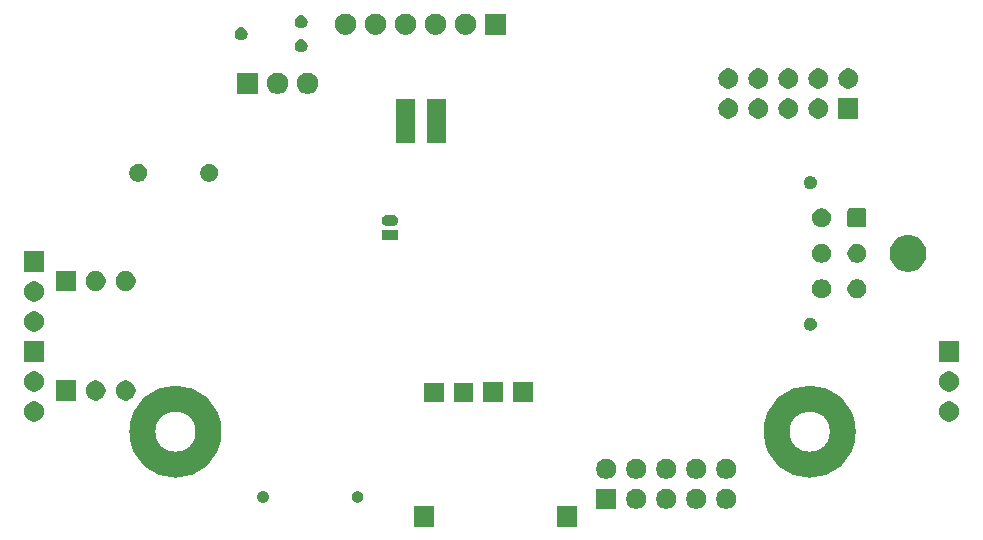
<source format=gbr>
G04 #@! TF.GenerationSoftware,KiCad,Pcbnew,5.1.5+dfsg1-2build2*
G04 #@! TF.CreationDate,2021-11-19T22:55:01+01:00*
G04 #@! TF.ProjectId,wideband_controller_mre,77696465-6261-46e6-945f-636f6e74726f,V1.0*
G04 #@! TF.SameCoordinates,Original*
G04 #@! TF.FileFunction,Soldermask,Bot*
G04 #@! TF.FilePolarity,Negative*
%FSLAX46Y46*%
G04 Gerber Fmt 4.6, Leading zero omitted, Abs format (unit mm)*
G04 Created by KiCad (PCBNEW 5.1.5+dfsg1-2build2) date 2021-11-19 22:55:01*
%MOMM*%
%LPD*%
G04 APERTURE LIST*
%ADD10C,2.200000*%
%ADD11C,0.100000*%
G04 APERTURE END LIST*
D10*
X91300000Y-162700000D02*
G75*
G03X91300000Y-162700000I-2800000J0D01*
G01*
X145000000Y-162700000D02*
G75*
G03X145000000Y-162700000I-2800000J0D01*
G01*
D11*
G36*
X122466200Y-170731200D02*
G01*
X120764200Y-170731200D01*
X120764200Y-169029200D01*
X122466200Y-169029200D01*
X122466200Y-170731200D01*
G37*
G36*
X110401200Y-170731200D02*
G01*
X108699200Y-170731200D01*
X108699200Y-169029200D01*
X110401200Y-169029200D01*
X110401200Y-170731200D01*
G37*
G36*
X125824080Y-169230060D02*
G01*
X124122080Y-169230060D01*
X124122080Y-167528060D01*
X125824080Y-167528060D01*
X125824080Y-169230060D01*
G37*
G36*
X135381308Y-167560763D02*
G01*
X135536180Y-167624913D01*
X135675561Y-167718045D01*
X135794095Y-167836579D01*
X135887227Y-167975960D01*
X135951377Y-168130832D01*
X135984080Y-168295244D01*
X135984080Y-168462876D01*
X135951377Y-168627288D01*
X135887227Y-168782160D01*
X135794095Y-168921541D01*
X135675561Y-169040075D01*
X135536180Y-169133207D01*
X135381308Y-169197357D01*
X135216896Y-169230060D01*
X135049264Y-169230060D01*
X134884852Y-169197357D01*
X134729980Y-169133207D01*
X134590599Y-169040075D01*
X134472065Y-168921541D01*
X134378933Y-168782160D01*
X134314783Y-168627288D01*
X134282080Y-168462876D01*
X134282080Y-168295244D01*
X134314783Y-168130832D01*
X134378933Y-167975960D01*
X134472065Y-167836579D01*
X134590599Y-167718045D01*
X134729980Y-167624913D01*
X134884852Y-167560763D01*
X135049264Y-167528060D01*
X135216896Y-167528060D01*
X135381308Y-167560763D01*
G37*
G36*
X130301308Y-167560763D02*
G01*
X130456180Y-167624913D01*
X130595561Y-167718045D01*
X130714095Y-167836579D01*
X130807227Y-167975960D01*
X130871377Y-168130832D01*
X130904080Y-168295244D01*
X130904080Y-168462876D01*
X130871377Y-168627288D01*
X130807227Y-168782160D01*
X130714095Y-168921541D01*
X130595561Y-169040075D01*
X130456180Y-169133207D01*
X130301308Y-169197357D01*
X130136896Y-169230060D01*
X129969264Y-169230060D01*
X129804852Y-169197357D01*
X129649980Y-169133207D01*
X129510599Y-169040075D01*
X129392065Y-168921541D01*
X129298933Y-168782160D01*
X129234783Y-168627288D01*
X129202080Y-168462876D01*
X129202080Y-168295244D01*
X129234783Y-168130832D01*
X129298933Y-167975960D01*
X129392065Y-167836579D01*
X129510599Y-167718045D01*
X129649980Y-167624913D01*
X129804852Y-167560763D01*
X129969264Y-167528060D01*
X130136896Y-167528060D01*
X130301308Y-167560763D01*
G37*
G36*
X132841308Y-167560763D02*
G01*
X132996180Y-167624913D01*
X133135561Y-167718045D01*
X133254095Y-167836579D01*
X133347227Y-167975960D01*
X133411377Y-168130832D01*
X133444080Y-168295244D01*
X133444080Y-168462876D01*
X133411377Y-168627288D01*
X133347227Y-168782160D01*
X133254095Y-168921541D01*
X133135561Y-169040075D01*
X132996180Y-169133207D01*
X132841308Y-169197357D01*
X132676896Y-169230060D01*
X132509264Y-169230060D01*
X132344852Y-169197357D01*
X132189980Y-169133207D01*
X132050599Y-169040075D01*
X131932065Y-168921541D01*
X131838933Y-168782160D01*
X131774783Y-168627288D01*
X131742080Y-168462876D01*
X131742080Y-168295244D01*
X131774783Y-168130832D01*
X131838933Y-167975960D01*
X131932065Y-167836579D01*
X132050599Y-167718045D01*
X132189980Y-167624913D01*
X132344852Y-167560763D01*
X132509264Y-167528060D01*
X132676896Y-167528060D01*
X132841308Y-167560763D01*
G37*
G36*
X127761308Y-167560763D02*
G01*
X127916180Y-167624913D01*
X128055561Y-167718045D01*
X128174095Y-167836579D01*
X128267227Y-167975960D01*
X128331377Y-168130832D01*
X128364080Y-168295244D01*
X128364080Y-168462876D01*
X128331377Y-168627288D01*
X128267227Y-168782160D01*
X128174095Y-168921541D01*
X128055561Y-169040075D01*
X127916180Y-169133207D01*
X127761308Y-169197357D01*
X127596896Y-169230060D01*
X127429264Y-169230060D01*
X127264852Y-169197357D01*
X127109980Y-169133207D01*
X126970599Y-169040075D01*
X126852065Y-168921541D01*
X126758933Y-168782160D01*
X126694783Y-168627288D01*
X126662080Y-168462876D01*
X126662080Y-168295244D01*
X126694783Y-168130832D01*
X126758933Y-167975960D01*
X126852065Y-167836579D01*
X126970599Y-167718045D01*
X127109980Y-167624913D01*
X127264852Y-167560763D01*
X127429264Y-167528060D01*
X127596896Y-167528060D01*
X127761308Y-167560763D01*
G37*
G36*
X96058532Y-167730541D02*
G01*
X96148707Y-167767893D01*
X96229863Y-167822120D01*
X96298880Y-167891137D01*
X96353107Y-167972293D01*
X96390459Y-168062468D01*
X96409500Y-168158197D01*
X96409500Y-168255803D01*
X96390459Y-168351532D01*
X96353107Y-168441707D01*
X96298880Y-168522863D01*
X96229863Y-168591880D01*
X96148707Y-168646107D01*
X96058532Y-168683459D01*
X95962803Y-168702500D01*
X95865197Y-168702500D01*
X95769468Y-168683459D01*
X95679293Y-168646107D01*
X95598137Y-168591880D01*
X95529120Y-168522863D01*
X95474893Y-168441707D01*
X95437541Y-168351532D01*
X95418500Y-168255803D01*
X95418500Y-168158197D01*
X95437541Y-168062468D01*
X95474893Y-167972293D01*
X95529120Y-167891137D01*
X95598137Y-167822120D01*
X95679293Y-167767893D01*
X95769468Y-167730541D01*
X95865197Y-167711500D01*
X95962803Y-167711500D01*
X96058532Y-167730541D01*
G37*
G36*
X104058532Y-167730541D02*
G01*
X104148707Y-167767893D01*
X104229863Y-167822120D01*
X104298880Y-167891137D01*
X104353107Y-167972293D01*
X104390459Y-168062468D01*
X104409500Y-168158197D01*
X104409500Y-168255803D01*
X104390459Y-168351532D01*
X104353107Y-168441707D01*
X104298880Y-168522863D01*
X104229863Y-168591880D01*
X104148707Y-168646107D01*
X104058532Y-168683459D01*
X103962803Y-168702500D01*
X103865197Y-168702500D01*
X103769468Y-168683459D01*
X103679293Y-168646107D01*
X103598137Y-168591880D01*
X103529120Y-168522863D01*
X103474893Y-168441707D01*
X103437541Y-168351532D01*
X103418500Y-168255803D01*
X103418500Y-168158197D01*
X103437541Y-168062468D01*
X103474893Y-167972293D01*
X103529120Y-167891137D01*
X103598137Y-167822120D01*
X103679293Y-167767893D01*
X103769468Y-167730541D01*
X103865197Y-167711500D01*
X103962803Y-167711500D01*
X104058532Y-167730541D01*
G37*
G36*
X132841308Y-165020763D02*
G01*
X132996180Y-165084913D01*
X133135561Y-165178045D01*
X133254095Y-165296579D01*
X133347227Y-165435960D01*
X133411377Y-165590832D01*
X133444080Y-165755244D01*
X133444080Y-165922876D01*
X133411377Y-166087288D01*
X133347227Y-166242160D01*
X133254095Y-166381541D01*
X133135561Y-166500075D01*
X132996180Y-166593207D01*
X132841308Y-166657357D01*
X132676896Y-166690060D01*
X132509264Y-166690060D01*
X132344852Y-166657357D01*
X132189980Y-166593207D01*
X132050599Y-166500075D01*
X131932065Y-166381541D01*
X131838933Y-166242160D01*
X131774783Y-166087288D01*
X131742080Y-165922876D01*
X131742080Y-165755244D01*
X131774783Y-165590832D01*
X131838933Y-165435960D01*
X131932065Y-165296579D01*
X132050599Y-165178045D01*
X132189980Y-165084913D01*
X132344852Y-165020763D01*
X132509264Y-164988060D01*
X132676896Y-164988060D01*
X132841308Y-165020763D01*
G37*
G36*
X125221308Y-165020763D02*
G01*
X125376180Y-165084913D01*
X125515561Y-165178045D01*
X125634095Y-165296579D01*
X125727227Y-165435960D01*
X125791377Y-165590832D01*
X125824080Y-165755244D01*
X125824080Y-165922876D01*
X125791377Y-166087288D01*
X125727227Y-166242160D01*
X125634095Y-166381541D01*
X125515561Y-166500075D01*
X125376180Y-166593207D01*
X125221308Y-166657357D01*
X125056896Y-166690060D01*
X124889264Y-166690060D01*
X124724852Y-166657357D01*
X124569980Y-166593207D01*
X124430599Y-166500075D01*
X124312065Y-166381541D01*
X124218933Y-166242160D01*
X124154783Y-166087288D01*
X124122080Y-165922876D01*
X124122080Y-165755244D01*
X124154783Y-165590832D01*
X124218933Y-165435960D01*
X124312065Y-165296579D01*
X124430599Y-165178045D01*
X124569980Y-165084913D01*
X124724852Y-165020763D01*
X124889264Y-164988060D01*
X125056896Y-164988060D01*
X125221308Y-165020763D01*
G37*
G36*
X135381308Y-165020763D02*
G01*
X135536180Y-165084913D01*
X135675561Y-165178045D01*
X135794095Y-165296579D01*
X135887227Y-165435960D01*
X135951377Y-165590832D01*
X135984080Y-165755244D01*
X135984080Y-165922876D01*
X135951377Y-166087288D01*
X135887227Y-166242160D01*
X135794095Y-166381541D01*
X135675561Y-166500075D01*
X135536180Y-166593207D01*
X135381308Y-166657357D01*
X135216896Y-166690060D01*
X135049264Y-166690060D01*
X134884852Y-166657357D01*
X134729980Y-166593207D01*
X134590599Y-166500075D01*
X134472065Y-166381541D01*
X134378933Y-166242160D01*
X134314783Y-166087288D01*
X134282080Y-165922876D01*
X134282080Y-165755244D01*
X134314783Y-165590832D01*
X134378933Y-165435960D01*
X134472065Y-165296579D01*
X134590599Y-165178045D01*
X134729980Y-165084913D01*
X134884852Y-165020763D01*
X135049264Y-164988060D01*
X135216896Y-164988060D01*
X135381308Y-165020763D01*
G37*
G36*
X130301308Y-165020763D02*
G01*
X130456180Y-165084913D01*
X130595561Y-165178045D01*
X130714095Y-165296579D01*
X130807227Y-165435960D01*
X130871377Y-165590832D01*
X130904080Y-165755244D01*
X130904080Y-165922876D01*
X130871377Y-166087288D01*
X130807227Y-166242160D01*
X130714095Y-166381541D01*
X130595561Y-166500075D01*
X130456180Y-166593207D01*
X130301308Y-166657357D01*
X130136896Y-166690060D01*
X129969264Y-166690060D01*
X129804852Y-166657357D01*
X129649980Y-166593207D01*
X129510599Y-166500075D01*
X129392065Y-166381541D01*
X129298933Y-166242160D01*
X129234783Y-166087288D01*
X129202080Y-165922876D01*
X129202080Y-165755244D01*
X129234783Y-165590832D01*
X129298933Y-165435960D01*
X129392065Y-165296579D01*
X129510599Y-165178045D01*
X129649980Y-165084913D01*
X129804852Y-165020763D01*
X129969264Y-164988060D01*
X130136896Y-164988060D01*
X130301308Y-165020763D01*
G37*
G36*
X127761308Y-165020763D02*
G01*
X127916180Y-165084913D01*
X128055561Y-165178045D01*
X128174095Y-165296579D01*
X128267227Y-165435960D01*
X128331377Y-165590832D01*
X128364080Y-165755244D01*
X128364080Y-165922876D01*
X128331377Y-166087288D01*
X128267227Y-166242160D01*
X128174095Y-166381541D01*
X128055561Y-166500075D01*
X127916180Y-166593207D01*
X127761308Y-166657357D01*
X127596896Y-166690060D01*
X127429264Y-166690060D01*
X127264852Y-166657357D01*
X127109980Y-166593207D01*
X126970599Y-166500075D01*
X126852065Y-166381541D01*
X126758933Y-166242160D01*
X126694783Y-166087288D01*
X126662080Y-165922876D01*
X126662080Y-165755244D01*
X126694783Y-165590832D01*
X126758933Y-165435960D01*
X126852065Y-165296579D01*
X126970599Y-165178045D01*
X127109980Y-165084913D01*
X127264852Y-165020763D01*
X127429264Y-164988060D01*
X127596896Y-164988060D01*
X127761308Y-165020763D01*
G37*
G36*
X76778428Y-160171903D02*
G01*
X76933300Y-160236053D01*
X77072681Y-160329185D01*
X77191215Y-160447719D01*
X77284347Y-160587100D01*
X77348497Y-160741972D01*
X77381200Y-160906384D01*
X77381200Y-161074016D01*
X77348497Y-161238428D01*
X77284347Y-161393300D01*
X77191215Y-161532681D01*
X77072681Y-161651215D01*
X76933300Y-161744347D01*
X76778428Y-161808497D01*
X76614016Y-161841200D01*
X76446384Y-161841200D01*
X76281972Y-161808497D01*
X76127100Y-161744347D01*
X75987719Y-161651215D01*
X75869185Y-161532681D01*
X75776053Y-161393300D01*
X75711903Y-161238428D01*
X75679200Y-161074016D01*
X75679200Y-160906384D01*
X75711903Y-160741972D01*
X75776053Y-160587100D01*
X75869185Y-160447719D01*
X75987719Y-160329185D01*
X76127100Y-160236053D01*
X76281972Y-160171903D01*
X76446384Y-160139200D01*
X76614016Y-160139200D01*
X76778428Y-160171903D01*
G37*
G36*
X154248428Y-160171903D02*
G01*
X154403300Y-160236053D01*
X154542681Y-160329185D01*
X154661215Y-160447719D01*
X154754347Y-160587100D01*
X154818497Y-160741972D01*
X154851200Y-160906384D01*
X154851200Y-161074016D01*
X154818497Y-161238428D01*
X154754347Y-161393300D01*
X154661215Y-161532681D01*
X154542681Y-161651215D01*
X154403300Y-161744347D01*
X154248428Y-161808497D01*
X154084016Y-161841200D01*
X153916384Y-161841200D01*
X153751972Y-161808497D01*
X153597100Y-161744347D01*
X153457719Y-161651215D01*
X153339185Y-161532681D01*
X153246053Y-161393300D01*
X153181903Y-161238428D01*
X153149200Y-161074016D01*
X153149200Y-160906384D01*
X153181903Y-160741972D01*
X153246053Y-160587100D01*
X153339185Y-160447719D01*
X153457719Y-160329185D01*
X153597100Y-160236053D01*
X153751972Y-160171903D01*
X153916384Y-160139200D01*
X154084016Y-160139200D01*
X154248428Y-160171903D01*
G37*
G36*
X118751600Y-160211800D02*
G01*
X117049600Y-160211800D01*
X117049600Y-158509800D01*
X118751600Y-158509800D01*
X118751600Y-160211800D01*
G37*
G36*
X116251600Y-160211800D02*
G01*
X114549600Y-160211800D01*
X114549600Y-158509800D01*
X116251600Y-158509800D01*
X116251600Y-160211800D01*
G37*
G36*
X111213600Y-160173800D02*
G01*
X109587600Y-160173800D01*
X109587600Y-158547800D01*
X111213600Y-158547800D01*
X111213600Y-160173800D01*
G37*
G36*
X113713600Y-160173800D02*
G01*
X112087600Y-160173800D01*
X112087600Y-158547800D01*
X113713600Y-158547800D01*
X113713600Y-160173800D01*
G37*
G36*
X80048200Y-160063200D02*
G01*
X78346200Y-160063200D01*
X78346200Y-158361200D01*
X80048200Y-158361200D01*
X80048200Y-160063200D01*
G37*
G36*
X81985428Y-158393903D02*
G01*
X82140300Y-158458053D01*
X82279681Y-158551185D01*
X82398215Y-158669719D01*
X82491347Y-158809100D01*
X82555497Y-158963972D01*
X82588200Y-159128384D01*
X82588200Y-159296016D01*
X82555497Y-159460428D01*
X82491347Y-159615300D01*
X82398215Y-159754681D01*
X82279681Y-159873215D01*
X82140300Y-159966347D01*
X81985428Y-160030497D01*
X81821016Y-160063200D01*
X81653384Y-160063200D01*
X81488972Y-160030497D01*
X81334100Y-159966347D01*
X81194719Y-159873215D01*
X81076185Y-159754681D01*
X80983053Y-159615300D01*
X80918903Y-159460428D01*
X80886200Y-159296016D01*
X80886200Y-159128384D01*
X80918903Y-158963972D01*
X80983053Y-158809100D01*
X81076185Y-158669719D01*
X81194719Y-158551185D01*
X81334100Y-158458053D01*
X81488972Y-158393903D01*
X81653384Y-158361200D01*
X81821016Y-158361200D01*
X81985428Y-158393903D01*
G37*
G36*
X84525428Y-158393903D02*
G01*
X84680300Y-158458053D01*
X84819681Y-158551185D01*
X84938215Y-158669719D01*
X85031347Y-158809100D01*
X85095497Y-158963972D01*
X85128200Y-159128384D01*
X85128200Y-159296016D01*
X85095497Y-159460428D01*
X85031347Y-159615300D01*
X84938215Y-159754681D01*
X84819681Y-159873215D01*
X84680300Y-159966347D01*
X84525428Y-160030497D01*
X84361016Y-160063200D01*
X84193384Y-160063200D01*
X84028972Y-160030497D01*
X83874100Y-159966347D01*
X83734719Y-159873215D01*
X83616185Y-159754681D01*
X83523053Y-159615300D01*
X83458903Y-159460428D01*
X83426200Y-159296016D01*
X83426200Y-159128384D01*
X83458903Y-158963972D01*
X83523053Y-158809100D01*
X83616185Y-158669719D01*
X83734719Y-158551185D01*
X83874100Y-158458053D01*
X84028972Y-158393903D01*
X84193384Y-158361200D01*
X84361016Y-158361200D01*
X84525428Y-158393903D01*
G37*
G36*
X76778428Y-157631903D02*
G01*
X76933300Y-157696053D01*
X77072681Y-157789185D01*
X77191215Y-157907719D01*
X77284347Y-158047100D01*
X77348497Y-158201972D01*
X77381200Y-158366384D01*
X77381200Y-158534016D01*
X77348497Y-158698428D01*
X77284347Y-158853300D01*
X77191215Y-158992681D01*
X77072681Y-159111215D01*
X76933300Y-159204347D01*
X76778428Y-159268497D01*
X76614016Y-159301200D01*
X76446384Y-159301200D01*
X76281972Y-159268497D01*
X76127100Y-159204347D01*
X75987719Y-159111215D01*
X75869185Y-158992681D01*
X75776053Y-158853300D01*
X75711903Y-158698428D01*
X75679200Y-158534016D01*
X75679200Y-158366384D01*
X75711903Y-158201972D01*
X75776053Y-158047100D01*
X75869185Y-157907719D01*
X75987719Y-157789185D01*
X76127100Y-157696053D01*
X76281972Y-157631903D01*
X76446384Y-157599200D01*
X76614016Y-157599200D01*
X76778428Y-157631903D01*
G37*
G36*
X154248428Y-157631903D02*
G01*
X154403300Y-157696053D01*
X154542681Y-157789185D01*
X154661215Y-157907719D01*
X154754347Y-158047100D01*
X154818497Y-158201972D01*
X154851200Y-158366384D01*
X154851200Y-158534016D01*
X154818497Y-158698428D01*
X154754347Y-158853300D01*
X154661215Y-158992681D01*
X154542681Y-159111215D01*
X154403300Y-159204347D01*
X154248428Y-159268497D01*
X154084016Y-159301200D01*
X153916384Y-159301200D01*
X153751972Y-159268497D01*
X153597100Y-159204347D01*
X153457719Y-159111215D01*
X153339185Y-158992681D01*
X153246053Y-158853300D01*
X153181903Y-158698428D01*
X153149200Y-158534016D01*
X153149200Y-158366384D01*
X153181903Y-158201972D01*
X153246053Y-158047100D01*
X153339185Y-157907719D01*
X153457719Y-157789185D01*
X153597100Y-157696053D01*
X153751972Y-157631903D01*
X153916384Y-157599200D01*
X154084016Y-157599200D01*
X154248428Y-157631903D01*
G37*
G36*
X154851200Y-156761200D02*
G01*
X153149200Y-156761200D01*
X153149200Y-155059200D01*
X154851200Y-155059200D01*
X154851200Y-156761200D01*
G37*
G36*
X77381200Y-156761200D02*
G01*
X75679200Y-156761200D01*
X75679200Y-155059200D01*
X77381200Y-155059200D01*
X77381200Y-156761200D01*
G37*
G36*
X76778428Y-152551903D02*
G01*
X76933300Y-152616053D01*
X77072681Y-152709185D01*
X77191215Y-152827719D01*
X77284347Y-152967100D01*
X77348497Y-153121972D01*
X77381200Y-153286384D01*
X77381200Y-153454016D01*
X77348497Y-153618428D01*
X77284347Y-153773300D01*
X77191215Y-153912681D01*
X77072681Y-154031215D01*
X76933300Y-154124347D01*
X76778428Y-154188497D01*
X76614016Y-154221200D01*
X76446384Y-154221200D01*
X76281972Y-154188497D01*
X76127100Y-154124347D01*
X75987719Y-154031215D01*
X75869185Y-153912681D01*
X75776053Y-153773300D01*
X75711903Y-153618428D01*
X75679200Y-153454016D01*
X75679200Y-153286384D01*
X75711903Y-153121972D01*
X75776053Y-152967100D01*
X75869185Y-152827719D01*
X75987719Y-152709185D01*
X76127100Y-152616053D01*
X76281972Y-152551903D01*
X76446384Y-152519200D01*
X76614016Y-152519200D01*
X76778428Y-152551903D01*
G37*
G36*
X142420721Y-153070174D02*
G01*
X142520995Y-153111709D01*
X142565812Y-153141655D01*
X142611242Y-153172010D01*
X142687990Y-153248758D01*
X142687991Y-153248760D01*
X142748291Y-153339005D01*
X142789826Y-153439279D01*
X142811000Y-153545730D01*
X142811000Y-153654270D01*
X142789826Y-153760721D01*
X142748291Y-153860995D01*
X142748290Y-153860996D01*
X142687990Y-153951242D01*
X142611242Y-154027990D01*
X142606415Y-154031215D01*
X142520995Y-154088291D01*
X142420721Y-154129826D01*
X142314270Y-154151000D01*
X142205730Y-154151000D01*
X142099279Y-154129826D01*
X141999005Y-154088291D01*
X141913585Y-154031215D01*
X141908758Y-154027990D01*
X141832010Y-153951242D01*
X141771710Y-153860996D01*
X141771709Y-153860995D01*
X141730174Y-153760721D01*
X141709000Y-153654270D01*
X141709000Y-153545730D01*
X141730174Y-153439279D01*
X141771709Y-153339005D01*
X141832009Y-153248760D01*
X141832010Y-153248758D01*
X141908758Y-153172010D01*
X141954188Y-153141655D01*
X141999005Y-153111709D01*
X142099279Y-153070174D01*
X142205730Y-153049000D01*
X142314270Y-153049000D01*
X142420721Y-153070174D01*
G37*
G36*
X76778428Y-150011903D02*
G01*
X76933300Y-150076053D01*
X77072681Y-150169185D01*
X77191215Y-150287719D01*
X77284347Y-150427100D01*
X77348497Y-150581972D01*
X77381200Y-150746384D01*
X77381200Y-150914016D01*
X77348497Y-151078428D01*
X77284347Y-151233300D01*
X77191215Y-151372681D01*
X77072681Y-151491215D01*
X76933300Y-151584347D01*
X76778428Y-151648497D01*
X76614016Y-151681200D01*
X76446384Y-151681200D01*
X76281972Y-151648497D01*
X76127100Y-151584347D01*
X75987719Y-151491215D01*
X75869185Y-151372681D01*
X75776053Y-151233300D01*
X75711903Y-151078428D01*
X75679200Y-150914016D01*
X75679200Y-150746384D01*
X75711903Y-150581972D01*
X75776053Y-150427100D01*
X75869185Y-150287719D01*
X75987719Y-150169185D01*
X76127100Y-150076053D01*
X76281972Y-150011903D01*
X76446384Y-149979200D01*
X76614016Y-149979200D01*
X76778428Y-150011903D01*
G37*
G36*
X143433642Y-149829781D02*
G01*
X143579414Y-149890162D01*
X143579416Y-149890163D01*
X143710608Y-149977822D01*
X143822178Y-150089392D01*
X143889019Y-150189428D01*
X143909838Y-150220586D01*
X143970219Y-150366358D01*
X144001000Y-150521107D01*
X144001000Y-150678893D01*
X143970219Y-150833642D01*
X143909838Y-150979414D01*
X143909837Y-150979416D01*
X143822178Y-151110608D01*
X143710608Y-151222178D01*
X143579416Y-151309837D01*
X143579415Y-151309838D01*
X143579414Y-151309838D01*
X143433642Y-151370219D01*
X143278893Y-151401000D01*
X143121107Y-151401000D01*
X142966358Y-151370219D01*
X142820586Y-151309838D01*
X142820585Y-151309838D01*
X142820584Y-151309837D01*
X142689392Y-151222178D01*
X142577822Y-151110608D01*
X142490163Y-150979416D01*
X142490162Y-150979414D01*
X142429781Y-150833642D01*
X142399000Y-150678893D01*
X142399000Y-150521107D01*
X142429781Y-150366358D01*
X142490162Y-150220586D01*
X142510981Y-150189428D01*
X142577822Y-150089392D01*
X142689392Y-149977822D01*
X142820584Y-149890163D01*
X142820586Y-149890162D01*
X142966358Y-149829781D01*
X143121107Y-149799000D01*
X143278893Y-149799000D01*
X143433642Y-149829781D01*
G37*
G36*
X146433642Y-149829781D02*
G01*
X146579414Y-149890162D01*
X146579416Y-149890163D01*
X146710608Y-149977822D01*
X146822178Y-150089392D01*
X146889019Y-150189428D01*
X146909838Y-150220586D01*
X146970219Y-150366358D01*
X147001000Y-150521107D01*
X147001000Y-150678893D01*
X146970219Y-150833642D01*
X146909838Y-150979414D01*
X146909837Y-150979416D01*
X146822178Y-151110608D01*
X146710608Y-151222178D01*
X146579416Y-151309837D01*
X146579415Y-151309838D01*
X146579414Y-151309838D01*
X146433642Y-151370219D01*
X146278893Y-151401000D01*
X146121107Y-151401000D01*
X145966358Y-151370219D01*
X145820586Y-151309838D01*
X145820585Y-151309838D01*
X145820584Y-151309837D01*
X145689392Y-151222178D01*
X145577822Y-151110608D01*
X145490163Y-150979416D01*
X145490162Y-150979414D01*
X145429781Y-150833642D01*
X145399000Y-150678893D01*
X145399000Y-150521107D01*
X145429781Y-150366358D01*
X145490162Y-150220586D01*
X145510981Y-150189428D01*
X145577822Y-150089392D01*
X145689392Y-149977822D01*
X145820584Y-149890163D01*
X145820586Y-149890162D01*
X145966358Y-149829781D01*
X146121107Y-149799000D01*
X146278893Y-149799000D01*
X146433642Y-149829781D01*
G37*
G36*
X84525428Y-149122903D02*
G01*
X84680300Y-149187053D01*
X84819681Y-149280185D01*
X84938215Y-149398719D01*
X85031347Y-149538100D01*
X85095497Y-149692972D01*
X85128200Y-149857384D01*
X85128200Y-150025016D01*
X85095497Y-150189428D01*
X85031347Y-150344300D01*
X84938215Y-150483681D01*
X84819681Y-150602215D01*
X84680300Y-150695347D01*
X84525428Y-150759497D01*
X84361016Y-150792200D01*
X84193384Y-150792200D01*
X84028972Y-150759497D01*
X83874100Y-150695347D01*
X83734719Y-150602215D01*
X83616185Y-150483681D01*
X83523053Y-150344300D01*
X83458903Y-150189428D01*
X83426200Y-150025016D01*
X83426200Y-149857384D01*
X83458903Y-149692972D01*
X83523053Y-149538100D01*
X83616185Y-149398719D01*
X83734719Y-149280185D01*
X83874100Y-149187053D01*
X84028972Y-149122903D01*
X84193384Y-149090200D01*
X84361016Y-149090200D01*
X84525428Y-149122903D01*
G37*
G36*
X81985428Y-149122903D02*
G01*
X82140300Y-149187053D01*
X82279681Y-149280185D01*
X82398215Y-149398719D01*
X82491347Y-149538100D01*
X82555497Y-149692972D01*
X82588200Y-149857384D01*
X82588200Y-150025016D01*
X82555497Y-150189428D01*
X82491347Y-150344300D01*
X82398215Y-150483681D01*
X82279681Y-150602215D01*
X82140300Y-150695347D01*
X81985428Y-150759497D01*
X81821016Y-150792200D01*
X81653384Y-150792200D01*
X81488972Y-150759497D01*
X81334100Y-150695347D01*
X81194719Y-150602215D01*
X81076185Y-150483681D01*
X80983053Y-150344300D01*
X80918903Y-150189428D01*
X80886200Y-150025016D01*
X80886200Y-149857384D01*
X80918903Y-149692972D01*
X80983053Y-149538100D01*
X81076185Y-149398719D01*
X81194719Y-149280185D01*
X81334100Y-149187053D01*
X81488972Y-149122903D01*
X81653384Y-149090200D01*
X81821016Y-149090200D01*
X81985428Y-149122903D01*
G37*
G36*
X80048200Y-150792200D02*
G01*
X78346200Y-150792200D01*
X78346200Y-149090200D01*
X80048200Y-149090200D01*
X80048200Y-150792200D01*
G37*
G36*
X150822585Y-146078802D02*
G01*
X150972410Y-146108604D01*
X151254674Y-146225521D01*
X151508705Y-146395259D01*
X151724741Y-146611295D01*
X151894479Y-146865326D01*
X152011396Y-147147590D01*
X152071000Y-147447240D01*
X152071000Y-147752760D01*
X152011396Y-148052410D01*
X151894479Y-148334674D01*
X151724741Y-148588705D01*
X151508705Y-148804741D01*
X151254674Y-148974479D01*
X150972410Y-149091396D01*
X150822585Y-149121198D01*
X150672761Y-149151000D01*
X150367239Y-149151000D01*
X150217415Y-149121198D01*
X150067590Y-149091396D01*
X149785326Y-148974479D01*
X149531295Y-148804741D01*
X149315259Y-148588705D01*
X149145521Y-148334674D01*
X149028604Y-148052410D01*
X148969000Y-147752760D01*
X148969000Y-147447240D01*
X149028604Y-147147590D01*
X149145521Y-146865326D01*
X149315259Y-146611295D01*
X149531295Y-146395259D01*
X149785326Y-146225521D01*
X150067590Y-146108604D01*
X150217415Y-146078802D01*
X150367239Y-146049000D01*
X150672761Y-146049000D01*
X150822585Y-146078802D01*
G37*
G36*
X77381200Y-149141200D02*
G01*
X75679200Y-149141200D01*
X75679200Y-147439200D01*
X77381200Y-147439200D01*
X77381200Y-149141200D01*
G37*
G36*
X143433642Y-146829781D02*
G01*
X143579414Y-146890162D01*
X143579416Y-146890163D01*
X143710608Y-146977822D01*
X143822178Y-147089392D01*
X143861064Y-147147590D01*
X143909838Y-147220586D01*
X143970219Y-147366358D01*
X144001000Y-147521107D01*
X144001000Y-147678893D01*
X143970219Y-147833642D01*
X143909838Y-147979414D01*
X143909837Y-147979416D01*
X143822178Y-148110608D01*
X143710608Y-148222178D01*
X143579416Y-148309837D01*
X143579415Y-148309838D01*
X143579414Y-148309838D01*
X143433642Y-148370219D01*
X143278893Y-148401000D01*
X143121107Y-148401000D01*
X142966358Y-148370219D01*
X142820586Y-148309838D01*
X142820585Y-148309838D01*
X142820584Y-148309837D01*
X142689392Y-148222178D01*
X142577822Y-148110608D01*
X142490163Y-147979416D01*
X142490162Y-147979414D01*
X142429781Y-147833642D01*
X142399000Y-147678893D01*
X142399000Y-147521107D01*
X142429781Y-147366358D01*
X142490162Y-147220586D01*
X142538936Y-147147590D01*
X142577822Y-147089392D01*
X142689392Y-146977822D01*
X142820584Y-146890163D01*
X142820586Y-146890162D01*
X142966358Y-146829781D01*
X143121107Y-146799000D01*
X143278893Y-146799000D01*
X143433642Y-146829781D01*
G37*
G36*
X146433642Y-146829781D02*
G01*
X146579414Y-146890162D01*
X146579416Y-146890163D01*
X146710608Y-146977822D01*
X146822178Y-147089392D01*
X146861064Y-147147590D01*
X146909838Y-147220586D01*
X146970219Y-147366358D01*
X147001000Y-147521107D01*
X147001000Y-147678893D01*
X146970219Y-147833642D01*
X146909838Y-147979414D01*
X146909837Y-147979416D01*
X146822178Y-148110608D01*
X146710608Y-148222178D01*
X146579416Y-148309837D01*
X146579415Y-148309838D01*
X146579414Y-148309838D01*
X146433642Y-148370219D01*
X146278893Y-148401000D01*
X146121107Y-148401000D01*
X145966358Y-148370219D01*
X145820586Y-148309838D01*
X145820585Y-148309838D01*
X145820584Y-148309837D01*
X145689392Y-148222178D01*
X145577822Y-148110608D01*
X145490163Y-147979416D01*
X145490162Y-147979414D01*
X145429781Y-147833642D01*
X145399000Y-147678893D01*
X145399000Y-147521107D01*
X145429781Y-147366358D01*
X145490162Y-147220586D01*
X145538936Y-147147590D01*
X145577822Y-147089392D01*
X145689392Y-146977822D01*
X145820584Y-146890163D01*
X145820586Y-146890162D01*
X145966358Y-146829781D01*
X146121107Y-146799000D01*
X146278893Y-146799000D01*
X146433642Y-146829781D01*
G37*
G36*
X107355600Y-146506000D02*
G01*
X105953600Y-146506000D01*
X105953600Y-145604000D01*
X107355600Y-145604000D01*
X107355600Y-146506000D01*
G37*
G36*
X146853048Y-143803122D02*
G01*
X146887387Y-143813539D01*
X146919036Y-143830456D01*
X146946778Y-143853222D01*
X146969544Y-143880964D01*
X146986461Y-143912613D01*
X146996878Y-143946952D01*
X147001000Y-143988807D01*
X147001000Y-145211193D01*
X146996878Y-145253048D01*
X146986461Y-145287387D01*
X146969544Y-145319036D01*
X146946778Y-145346778D01*
X146919036Y-145369544D01*
X146887387Y-145386461D01*
X146853048Y-145396878D01*
X146811193Y-145401000D01*
X145588807Y-145401000D01*
X145546952Y-145396878D01*
X145512613Y-145386461D01*
X145480964Y-145369544D01*
X145453222Y-145346778D01*
X145430456Y-145319036D01*
X145413539Y-145287387D01*
X145403122Y-145253048D01*
X145399000Y-145211193D01*
X145399000Y-143988807D01*
X145403122Y-143946952D01*
X145413539Y-143912613D01*
X145430456Y-143880964D01*
X145453222Y-143853222D01*
X145480964Y-143830456D01*
X145512613Y-143813539D01*
X145546952Y-143803122D01*
X145588807Y-143799000D01*
X146811193Y-143799000D01*
X146853048Y-143803122D01*
G37*
G36*
X143433642Y-143829781D02*
G01*
X143557208Y-143880964D01*
X143579416Y-143890163D01*
X143710608Y-143977822D01*
X143822178Y-144089392D01*
X143909837Y-144220584D01*
X143909838Y-144220586D01*
X143970219Y-144366358D01*
X144001000Y-144521107D01*
X144001000Y-144678893D01*
X143970219Y-144833642D01*
X143943225Y-144898810D01*
X143909837Y-144979416D01*
X143822178Y-145110608D01*
X143710608Y-145222178D01*
X143579416Y-145309837D01*
X143579415Y-145309838D01*
X143579414Y-145309838D01*
X143433642Y-145370219D01*
X143278893Y-145401000D01*
X143121107Y-145401000D01*
X142966358Y-145370219D01*
X142820586Y-145309838D01*
X142820585Y-145309838D01*
X142820584Y-145309837D01*
X142689392Y-145222178D01*
X142577822Y-145110608D01*
X142490163Y-144979416D01*
X142456775Y-144898810D01*
X142429781Y-144833642D01*
X142399000Y-144678893D01*
X142399000Y-144521107D01*
X142429781Y-144366358D01*
X142490162Y-144220586D01*
X142490163Y-144220584D01*
X142577822Y-144089392D01*
X142689392Y-143977822D01*
X142820584Y-143890163D01*
X142842792Y-143880964D01*
X142966358Y-143829781D01*
X143121107Y-143799000D01*
X143278893Y-143799000D01*
X143433642Y-143829781D01*
G37*
G36*
X106993010Y-144365925D02*
G01*
X107078026Y-144391714D01*
X107156375Y-144433593D01*
X107225049Y-144489951D01*
X107281407Y-144558625D01*
X107323286Y-144636974D01*
X107349075Y-144721990D01*
X107357782Y-144810400D01*
X107349075Y-144898810D01*
X107323286Y-144983826D01*
X107281407Y-145062175D01*
X107225049Y-145130849D01*
X107156375Y-145187207D01*
X107078026Y-145229086D01*
X106993010Y-145254875D01*
X106926758Y-145261400D01*
X106382442Y-145261400D01*
X106316190Y-145254875D01*
X106231174Y-145229086D01*
X106152825Y-145187207D01*
X106084151Y-145130849D01*
X106027793Y-145062175D01*
X105985914Y-144983826D01*
X105960125Y-144898810D01*
X105951418Y-144810400D01*
X105960125Y-144721990D01*
X105985914Y-144636974D01*
X106027793Y-144558625D01*
X106084151Y-144489951D01*
X106152825Y-144433593D01*
X106231174Y-144391714D01*
X106316190Y-144365925D01*
X106382442Y-144359400D01*
X106926758Y-144359400D01*
X106993010Y-144365925D01*
G37*
G36*
X142420721Y-141070174D02*
G01*
X142520995Y-141111709D01*
X142565812Y-141141655D01*
X142611242Y-141172010D01*
X142687990Y-141248758D01*
X142687991Y-141248760D01*
X142748291Y-141339005D01*
X142789826Y-141439279D01*
X142811000Y-141545730D01*
X142811000Y-141654270D01*
X142789826Y-141760721D01*
X142748291Y-141860995D01*
X142748290Y-141860996D01*
X142687990Y-141951242D01*
X142611242Y-142027990D01*
X142565812Y-142058345D01*
X142520995Y-142088291D01*
X142420721Y-142129826D01*
X142314270Y-142151000D01*
X142205730Y-142151000D01*
X142099279Y-142129826D01*
X141999005Y-142088291D01*
X141954188Y-142058345D01*
X141908758Y-142027990D01*
X141832010Y-141951242D01*
X141771710Y-141860996D01*
X141771709Y-141860995D01*
X141730174Y-141760721D01*
X141709000Y-141654270D01*
X141709000Y-141545730D01*
X141730174Y-141439279D01*
X141771709Y-141339005D01*
X141832009Y-141248760D01*
X141832010Y-141248758D01*
X141908758Y-141172010D01*
X141954188Y-141141655D01*
X141999005Y-141111709D01*
X142099279Y-141070174D01*
X142205730Y-141049000D01*
X142314270Y-141049000D01*
X142420721Y-141070174D01*
G37*
G36*
X91579659Y-140049660D02*
G01*
X91716332Y-140106272D01*
X91839335Y-140188460D01*
X91943940Y-140293065D01*
X92026128Y-140416068D01*
X92082740Y-140552741D01*
X92111600Y-140697833D01*
X92111600Y-140845767D01*
X92082740Y-140990859D01*
X92026128Y-141127532D01*
X91943940Y-141250535D01*
X91839335Y-141355140D01*
X91716332Y-141437328D01*
X91716331Y-141437329D01*
X91716330Y-141437329D01*
X91579659Y-141493940D01*
X91434568Y-141522800D01*
X91286632Y-141522800D01*
X91141541Y-141493940D01*
X91004870Y-141437329D01*
X91004869Y-141437329D01*
X91004868Y-141437328D01*
X90881865Y-141355140D01*
X90777260Y-141250535D01*
X90695072Y-141127532D01*
X90638460Y-140990859D01*
X90609600Y-140845767D01*
X90609600Y-140697833D01*
X90638460Y-140552741D01*
X90695072Y-140416068D01*
X90777260Y-140293065D01*
X90881865Y-140188460D01*
X91004868Y-140106272D01*
X91141541Y-140049660D01*
X91286632Y-140020800D01*
X91434568Y-140020800D01*
X91579659Y-140049660D01*
G37*
G36*
X85579659Y-140049660D02*
G01*
X85716332Y-140106272D01*
X85839335Y-140188460D01*
X85943940Y-140293065D01*
X86026128Y-140416068D01*
X86082740Y-140552741D01*
X86111600Y-140697833D01*
X86111600Y-140845767D01*
X86082740Y-140990859D01*
X86026128Y-141127532D01*
X85943940Y-141250535D01*
X85839335Y-141355140D01*
X85716332Y-141437328D01*
X85716331Y-141437329D01*
X85716330Y-141437329D01*
X85579659Y-141493940D01*
X85434568Y-141522800D01*
X85286632Y-141522800D01*
X85141541Y-141493940D01*
X85004870Y-141437329D01*
X85004869Y-141437329D01*
X85004868Y-141437328D01*
X84881865Y-141355140D01*
X84777260Y-141250535D01*
X84695072Y-141127532D01*
X84638460Y-140990859D01*
X84609600Y-140845767D01*
X84609600Y-140697833D01*
X84638460Y-140552741D01*
X84695072Y-140416068D01*
X84777260Y-140293065D01*
X84881865Y-140188460D01*
X85004868Y-140106272D01*
X85141541Y-140049660D01*
X85286632Y-140020800D01*
X85434568Y-140020800D01*
X85579659Y-140049660D01*
G37*
G36*
X111401000Y-138251000D02*
G01*
X109799000Y-138251000D01*
X109799000Y-134549000D01*
X111401000Y-134549000D01*
X111401000Y-138251000D01*
G37*
G36*
X108801000Y-138251000D02*
G01*
X107199000Y-138251000D01*
X107199000Y-134549000D01*
X108801000Y-134549000D01*
X108801000Y-138251000D01*
G37*
G36*
X143186728Y-134517903D02*
G01*
X143341600Y-134582053D01*
X143480981Y-134675185D01*
X143599515Y-134793719D01*
X143692647Y-134933100D01*
X143756797Y-135087972D01*
X143789500Y-135252384D01*
X143789500Y-135420016D01*
X143756797Y-135584428D01*
X143692647Y-135739300D01*
X143599515Y-135878681D01*
X143480981Y-135997215D01*
X143341600Y-136090347D01*
X143186728Y-136154497D01*
X143022316Y-136187200D01*
X142854684Y-136187200D01*
X142690272Y-136154497D01*
X142535400Y-136090347D01*
X142396019Y-135997215D01*
X142277485Y-135878681D01*
X142184353Y-135739300D01*
X142120203Y-135584428D01*
X142087500Y-135420016D01*
X142087500Y-135252384D01*
X142120203Y-135087972D01*
X142184353Y-134933100D01*
X142277485Y-134793719D01*
X142396019Y-134675185D01*
X142535400Y-134582053D01*
X142690272Y-134517903D01*
X142854684Y-134485200D01*
X143022316Y-134485200D01*
X143186728Y-134517903D01*
G37*
G36*
X135566728Y-134517903D02*
G01*
X135721600Y-134582053D01*
X135860981Y-134675185D01*
X135979515Y-134793719D01*
X136072647Y-134933100D01*
X136136797Y-135087972D01*
X136169500Y-135252384D01*
X136169500Y-135420016D01*
X136136797Y-135584428D01*
X136072647Y-135739300D01*
X135979515Y-135878681D01*
X135860981Y-135997215D01*
X135721600Y-136090347D01*
X135566728Y-136154497D01*
X135402316Y-136187200D01*
X135234684Y-136187200D01*
X135070272Y-136154497D01*
X134915400Y-136090347D01*
X134776019Y-135997215D01*
X134657485Y-135878681D01*
X134564353Y-135739300D01*
X134500203Y-135584428D01*
X134467500Y-135420016D01*
X134467500Y-135252384D01*
X134500203Y-135087972D01*
X134564353Y-134933100D01*
X134657485Y-134793719D01*
X134776019Y-134675185D01*
X134915400Y-134582053D01*
X135070272Y-134517903D01*
X135234684Y-134485200D01*
X135402316Y-134485200D01*
X135566728Y-134517903D01*
G37*
G36*
X138106728Y-134517903D02*
G01*
X138261600Y-134582053D01*
X138400981Y-134675185D01*
X138519515Y-134793719D01*
X138612647Y-134933100D01*
X138676797Y-135087972D01*
X138709500Y-135252384D01*
X138709500Y-135420016D01*
X138676797Y-135584428D01*
X138612647Y-135739300D01*
X138519515Y-135878681D01*
X138400981Y-135997215D01*
X138261600Y-136090347D01*
X138106728Y-136154497D01*
X137942316Y-136187200D01*
X137774684Y-136187200D01*
X137610272Y-136154497D01*
X137455400Y-136090347D01*
X137316019Y-135997215D01*
X137197485Y-135878681D01*
X137104353Y-135739300D01*
X137040203Y-135584428D01*
X137007500Y-135420016D01*
X137007500Y-135252384D01*
X137040203Y-135087972D01*
X137104353Y-134933100D01*
X137197485Y-134793719D01*
X137316019Y-134675185D01*
X137455400Y-134582053D01*
X137610272Y-134517903D01*
X137774684Y-134485200D01*
X137942316Y-134485200D01*
X138106728Y-134517903D01*
G37*
G36*
X140646728Y-134517903D02*
G01*
X140801600Y-134582053D01*
X140940981Y-134675185D01*
X141059515Y-134793719D01*
X141152647Y-134933100D01*
X141216797Y-135087972D01*
X141249500Y-135252384D01*
X141249500Y-135420016D01*
X141216797Y-135584428D01*
X141152647Y-135739300D01*
X141059515Y-135878681D01*
X140940981Y-135997215D01*
X140801600Y-136090347D01*
X140646728Y-136154497D01*
X140482316Y-136187200D01*
X140314684Y-136187200D01*
X140150272Y-136154497D01*
X139995400Y-136090347D01*
X139856019Y-135997215D01*
X139737485Y-135878681D01*
X139644353Y-135739300D01*
X139580203Y-135584428D01*
X139547500Y-135420016D01*
X139547500Y-135252384D01*
X139580203Y-135087972D01*
X139644353Y-134933100D01*
X139737485Y-134793719D01*
X139856019Y-134675185D01*
X139995400Y-134582053D01*
X140150272Y-134517903D01*
X140314684Y-134485200D01*
X140482316Y-134485200D01*
X140646728Y-134517903D01*
G37*
G36*
X146329500Y-136187200D02*
G01*
X144627500Y-136187200D01*
X144627500Y-134485200D01*
X146329500Y-134485200D01*
X146329500Y-136187200D01*
G37*
G36*
X97253512Y-132303927D02*
G01*
X97402812Y-132333624D01*
X97566784Y-132401544D01*
X97714354Y-132500147D01*
X97839853Y-132625646D01*
X97938456Y-132773216D01*
X98006376Y-132937188D01*
X98041000Y-133111259D01*
X98041000Y-133288741D01*
X98006376Y-133462812D01*
X97938456Y-133626784D01*
X97839853Y-133774354D01*
X97714354Y-133899853D01*
X97566784Y-133998456D01*
X97402812Y-134066376D01*
X97253512Y-134096073D01*
X97228742Y-134101000D01*
X97051258Y-134101000D01*
X97026488Y-134096073D01*
X96877188Y-134066376D01*
X96713216Y-133998456D01*
X96565646Y-133899853D01*
X96440147Y-133774354D01*
X96341544Y-133626784D01*
X96273624Y-133462812D01*
X96239000Y-133288741D01*
X96239000Y-133111259D01*
X96273624Y-132937188D01*
X96341544Y-132773216D01*
X96440147Y-132625646D01*
X96565646Y-132500147D01*
X96713216Y-132401544D01*
X96877188Y-132333624D01*
X97026488Y-132303927D01*
X97051258Y-132299000D01*
X97228742Y-132299000D01*
X97253512Y-132303927D01*
G37*
G36*
X99793512Y-132303927D02*
G01*
X99942812Y-132333624D01*
X100106784Y-132401544D01*
X100254354Y-132500147D01*
X100379853Y-132625646D01*
X100478456Y-132773216D01*
X100546376Y-132937188D01*
X100581000Y-133111259D01*
X100581000Y-133288741D01*
X100546376Y-133462812D01*
X100478456Y-133626784D01*
X100379853Y-133774354D01*
X100254354Y-133899853D01*
X100106784Y-133998456D01*
X99942812Y-134066376D01*
X99793512Y-134096073D01*
X99768742Y-134101000D01*
X99591258Y-134101000D01*
X99566488Y-134096073D01*
X99417188Y-134066376D01*
X99253216Y-133998456D01*
X99105646Y-133899853D01*
X98980147Y-133774354D01*
X98881544Y-133626784D01*
X98813624Y-133462812D01*
X98779000Y-133288741D01*
X98779000Y-133111259D01*
X98813624Y-132937188D01*
X98881544Y-132773216D01*
X98980147Y-132625646D01*
X99105646Y-132500147D01*
X99253216Y-132401544D01*
X99417188Y-132333624D01*
X99566488Y-132303927D01*
X99591258Y-132299000D01*
X99768742Y-132299000D01*
X99793512Y-132303927D01*
G37*
G36*
X95501000Y-134101000D02*
G01*
X93699000Y-134101000D01*
X93699000Y-132299000D01*
X95501000Y-132299000D01*
X95501000Y-134101000D01*
G37*
G36*
X135566728Y-131977903D02*
G01*
X135721600Y-132042053D01*
X135860981Y-132135185D01*
X135979515Y-132253719D01*
X136072647Y-132393100D01*
X136136797Y-132547972D01*
X136169500Y-132712384D01*
X136169500Y-132880016D01*
X136136797Y-133044428D01*
X136072647Y-133199300D01*
X135979515Y-133338681D01*
X135860981Y-133457215D01*
X135721600Y-133550347D01*
X135566728Y-133614497D01*
X135402316Y-133647200D01*
X135234684Y-133647200D01*
X135070272Y-133614497D01*
X134915400Y-133550347D01*
X134776019Y-133457215D01*
X134657485Y-133338681D01*
X134564353Y-133199300D01*
X134500203Y-133044428D01*
X134467500Y-132880016D01*
X134467500Y-132712384D01*
X134500203Y-132547972D01*
X134564353Y-132393100D01*
X134657485Y-132253719D01*
X134776019Y-132135185D01*
X134915400Y-132042053D01*
X135070272Y-131977903D01*
X135234684Y-131945200D01*
X135402316Y-131945200D01*
X135566728Y-131977903D01*
G37*
G36*
X145726728Y-131977903D02*
G01*
X145881600Y-132042053D01*
X146020981Y-132135185D01*
X146139515Y-132253719D01*
X146232647Y-132393100D01*
X146296797Y-132547972D01*
X146329500Y-132712384D01*
X146329500Y-132880016D01*
X146296797Y-133044428D01*
X146232647Y-133199300D01*
X146139515Y-133338681D01*
X146020981Y-133457215D01*
X145881600Y-133550347D01*
X145726728Y-133614497D01*
X145562316Y-133647200D01*
X145394684Y-133647200D01*
X145230272Y-133614497D01*
X145075400Y-133550347D01*
X144936019Y-133457215D01*
X144817485Y-133338681D01*
X144724353Y-133199300D01*
X144660203Y-133044428D01*
X144627500Y-132880016D01*
X144627500Y-132712384D01*
X144660203Y-132547972D01*
X144724353Y-132393100D01*
X144817485Y-132253719D01*
X144936019Y-132135185D01*
X145075400Y-132042053D01*
X145230272Y-131977903D01*
X145394684Y-131945200D01*
X145562316Y-131945200D01*
X145726728Y-131977903D01*
G37*
G36*
X143186728Y-131977903D02*
G01*
X143341600Y-132042053D01*
X143480981Y-132135185D01*
X143599515Y-132253719D01*
X143692647Y-132393100D01*
X143756797Y-132547972D01*
X143789500Y-132712384D01*
X143789500Y-132880016D01*
X143756797Y-133044428D01*
X143692647Y-133199300D01*
X143599515Y-133338681D01*
X143480981Y-133457215D01*
X143341600Y-133550347D01*
X143186728Y-133614497D01*
X143022316Y-133647200D01*
X142854684Y-133647200D01*
X142690272Y-133614497D01*
X142535400Y-133550347D01*
X142396019Y-133457215D01*
X142277485Y-133338681D01*
X142184353Y-133199300D01*
X142120203Y-133044428D01*
X142087500Y-132880016D01*
X142087500Y-132712384D01*
X142120203Y-132547972D01*
X142184353Y-132393100D01*
X142277485Y-132253719D01*
X142396019Y-132135185D01*
X142535400Y-132042053D01*
X142690272Y-131977903D01*
X142854684Y-131945200D01*
X143022316Y-131945200D01*
X143186728Y-131977903D01*
G37*
G36*
X140646728Y-131977903D02*
G01*
X140801600Y-132042053D01*
X140940981Y-132135185D01*
X141059515Y-132253719D01*
X141152647Y-132393100D01*
X141216797Y-132547972D01*
X141249500Y-132712384D01*
X141249500Y-132880016D01*
X141216797Y-133044428D01*
X141152647Y-133199300D01*
X141059515Y-133338681D01*
X140940981Y-133457215D01*
X140801600Y-133550347D01*
X140646728Y-133614497D01*
X140482316Y-133647200D01*
X140314684Y-133647200D01*
X140150272Y-133614497D01*
X139995400Y-133550347D01*
X139856019Y-133457215D01*
X139737485Y-133338681D01*
X139644353Y-133199300D01*
X139580203Y-133044428D01*
X139547500Y-132880016D01*
X139547500Y-132712384D01*
X139580203Y-132547972D01*
X139644353Y-132393100D01*
X139737485Y-132253719D01*
X139856019Y-132135185D01*
X139995400Y-132042053D01*
X140150272Y-131977903D01*
X140314684Y-131945200D01*
X140482316Y-131945200D01*
X140646728Y-131977903D01*
G37*
G36*
X138106728Y-131977903D02*
G01*
X138261600Y-132042053D01*
X138400981Y-132135185D01*
X138519515Y-132253719D01*
X138612647Y-132393100D01*
X138676797Y-132547972D01*
X138709500Y-132712384D01*
X138709500Y-132880016D01*
X138676797Y-133044428D01*
X138612647Y-133199300D01*
X138519515Y-133338681D01*
X138400981Y-133457215D01*
X138261600Y-133550347D01*
X138106728Y-133614497D01*
X137942316Y-133647200D01*
X137774684Y-133647200D01*
X137610272Y-133614497D01*
X137455400Y-133550347D01*
X137316019Y-133457215D01*
X137197485Y-133338681D01*
X137104353Y-133199300D01*
X137040203Y-133044428D01*
X137007500Y-132880016D01*
X137007500Y-132712384D01*
X137040203Y-132547972D01*
X137104353Y-132393100D01*
X137197485Y-132253719D01*
X137316019Y-132135185D01*
X137455400Y-132042053D01*
X137610272Y-131977903D01*
X137774684Y-131945200D01*
X137942316Y-131945200D01*
X138106728Y-131977903D01*
G37*
G36*
X99246578Y-129480197D02*
G01*
X99299350Y-129490694D01*
X99398770Y-129531875D01*
X99488246Y-129591661D01*
X99564339Y-129667754D01*
X99624125Y-129757230D01*
X99665306Y-129856650D01*
X99686300Y-129962194D01*
X99686300Y-130069806D01*
X99665306Y-130175350D01*
X99624125Y-130274770D01*
X99564339Y-130364246D01*
X99488246Y-130440339D01*
X99398770Y-130500125D01*
X99299350Y-130541306D01*
X99246578Y-130551803D01*
X99193807Y-130562300D01*
X99086193Y-130562300D01*
X99033422Y-130551803D01*
X98980650Y-130541306D01*
X98881230Y-130500125D01*
X98791754Y-130440339D01*
X98715661Y-130364246D01*
X98655875Y-130274770D01*
X98614694Y-130175350D01*
X98593700Y-130069806D01*
X98593700Y-129962194D01*
X98614694Y-129856650D01*
X98655875Y-129757230D01*
X98715661Y-129667754D01*
X98791754Y-129591661D01*
X98881230Y-129531875D01*
X98980650Y-129490694D01*
X99033422Y-129480197D01*
X99086193Y-129469700D01*
X99193807Y-129469700D01*
X99246578Y-129480197D01*
G37*
G36*
X94159610Y-128462811D02*
G01*
X94219350Y-128474694D01*
X94318770Y-128515875D01*
X94408246Y-128575661D01*
X94484339Y-128651754D01*
X94544125Y-128741230D01*
X94585306Y-128840650D01*
X94606300Y-128946194D01*
X94606300Y-129053806D01*
X94585306Y-129159350D01*
X94544125Y-129258770D01*
X94484339Y-129348246D01*
X94408246Y-129424339D01*
X94318770Y-129484125D01*
X94219350Y-129525306D01*
X94186325Y-129531875D01*
X94113807Y-129546300D01*
X94006193Y-129546300D01*
X93933675Y-129531875D01*
X93900650Y-129525306D01*
X93801230Y-129484125D01*
X93711754Y-129424339D01*
X93635661Y-129348246D01*
X93575875Y-129258770D01*
X93534694Y-129159350D01*
X93513700Y-129053806D01*
X93513700Y-128946194D01*
X93534694Y-128840650D01*
X93575875Y-128741230D01*
X93635661Y-128651754D01*
X93711754Y-128575661D01*
X93801230Y-128515875D01*
X93900650Y-128474694D01*
X93960390Y-128462811D01*
X94006193Y-128453700D01*
X94113807Y-128453700D01*
X94159610Y-128462811D01*
G37*
G36*
X103013512Y-127303927D02*
G01*
X103162812Y-127333624D01*
X103326784Y-127401544D01*
X103474354Y-127500147D01*
X103599853Y-127625646D01*
X103698456Y-127773216D01*
X103766376Y-127937188D01*
X103801000Y-128111259D01*
X103801000Y-128288741D01*
X103766376Y-128462812D01*
X103698456Y-128626784D01*
X103599853Y-128774354D01*
X103474354Y-128899853D01*
X103326784Y-128998456D01*
X103162812Y-129066376D01*
X103013512Y-129096073D01*
X102988742Y-129101000D01*
X102811258Y-129101000D01*
X102786488Y-129096073D01*
X102637188Y-129066376D01*
X102473216Y-128998456D01*
X102325646Y-128899853D01*
X102200147Y-128774354D01*
X102101544Y-128626784D01*
X102033624Y-128462812D01*
X101999000Y-128288741D01*
X101999000Y-128111259D01*
X102033624Y-127937188D01*
X102101544Y-127773216D01*
X102200147Y-127625646D01*
X102325646Y-127500147D01*
X102473216Y-127401544D01*
X102637188Y-127333624D01*
X102786488Y-127303927D01*
X102811258Y-127299000D01*
X102988742Y-127299000D01*
X103013512Y-127303927D01*
G37*
G36*
X116501000Y-129101000D02*
G01*
X114699000Y-129101000D01*
X114699000Y-127299000D01*
X116501000Y-127299000D01*
X116501000Y-129101000D01*
G37*
G36*
X113173512Y-127303927D02*
G01*
X113322812Y-127333624D01*
X113486784Y-127401544D01*
X113634354Y-127500147D01*
X113759853Y-127625646D01*
X113858456Y-127773216D01*
X113926376Y-127937188D01*
X113961000Y-128111259D01*
X113961000Y-128288741D01*
X113926376Y-128462812D01*
X113858456Y-128626784D01*
X113759853Y-128774354D01*
X113634354Y-128899853D01*
X113486784Y-128998456D01*
X113322812Y-129066376D01*
X113173512Y-129096073D01*
X113148742Y-129101000D01*
X112971258Y-129101000D01*
X112946488Y-129096073D01*
X112797188Y-129066376D01*
X112633216Y-128998456D01*
X112485646Y-128899853D01*
X112360147Y-128774354D01*
X112261544Y-128626784D01*
X112193624Y-128462812D01*
X112159000Y-128288741D01*
X112159000Y-128111259D01*
X112193624Y-127937188D01*
X112261544Y-127773216D01*
X112360147Y-127625646D01*
X112485646Y-127500147D01*
X112633216Y-127401544D01*
X112797188Y-127333624D01*
X112946488Y-127303927D01*
X112971258Y-127299000D01*
X113148742Y-127299000D01*
X113173512Y-127303927D01*
G37*
G36*
X110633512Y-127303927D02*
G01*
X110782812Y-127333624D01*
X110946784Y-127401544D01*
X111094354Y-127500147D01*
X111219853Y-127625646D01*
X111318456Y-127773216D01*
X111386376Y-127937188D01*
X111421000Y-128111259D01*
X111421000Y-128288741D01*
X111386376Y-128462812D01*
X111318456Y-128626784D01*
X111219853Y-128774354D01*
X111094354Y-128899853D01*
X110946784Y-128998456D01*
X110782812Y-129066376D01*
X110633512Y-129096073D01*
X110608742Y-129101000D01*
X110431258Y-129101000D01*
X110406488Y-129096073D01*
X110257188Y-129066376D01*
X110093216Y-128998456D01*
X109945646Y-128899853D01*
X109820147Y-128774354D01*
X109721544Y-128626784D01*
X109653624Y-128462812D01*
X109619000Y-128288741D01*
X109619000Y-128111259D01*
X109653624Y-127937188D01*
X109721544Y-127773216D01*
X109820147Y-127625646D01*
X109945646Y-127500147D01*
X110093216Y-127401544D01*
X110257188Y-127333624D01*
X110406488Y-127303927D01*
X110431258Y-127299000D01*
X110608742Y-127299000D01*
X110633512Y-127303927D01*
G37*
G36*
X105553512Y-127303927D02*
G01*
X105702812Y-127333624D01*
X105866784Y-127401544D01*
X106014354Y-127500147D01*
X106139853Y-127625646D01*
X106238456Y-127773216D01*
X106306376Y-127937188D01*
X106341000Y-128111259D01*
X106341000Y-128288741D01*
X106306376Y-128462812D01*
X106238456Y-128626784D01*
X106139853Y-128774354D01*
X106014354Y-128899853D01*
X105866784Y-128998456D01*
X105702812Y-129066376D01*
X105553512Y-129096073D01*
X105528742Y-129101000D01*
X105351258Y-129101000D01*
X105326488Y-129096073D01*
X105177188Y-129066376D01*
X105013216Y-128998456D01*
X104865646Y-128899853D01*
X104740147Y-128774354D01*
X104641544Y-128626784D01*
X104573624Y-128462812D01*
X104539000Y-128288741D01*
X104539000Y-128111259D01*
X104573624Y-127937188D01*
X104641544Y-127773216D01*
X104740147Y-127625646D01*
X104865646Y-127500147D01*
X105013216Y-127401544D01*
X105177188Y-127333624D01*
X105326488Y-127303927D01*
X105351258Y-127299000D01*
X105528742Y-127299000D01*
X105553512Y-127303927D01*
G37*
G36*
X108093512Y-127303927D02*
G01*
X108242812Y-127333624D01*
X108406784Y-127401544D01*
X108554354Y-127500147D01*
X108679853Y-127625646D01*
X108778456Y-127773216D01*
X108846376Y-127937188D01*
X108881000Y-128111259D01*
X108881000Y-128288741D01*
X108846376Y-128462812D01*
X108778456Y-128626784D01*
X108679853Y-128774354D01*
X108554354Y-128899853D01*
X108406784Y-128998456D01*
X108242812Y-129066376D01*
X108093512Y-129096073D01*
X108068742Y-129101000D01*
X107891258Y-129101000D01*
X107866488Y-129096073D01*
X107717188Y-129066376D01*
X107553216Y-128998456D01*
X107405646Y-128899853D01*
X107280147Y-128774354D01*
X107181544Y-128626784D01*
X107113624Y-128462812D01*
X107079000Y-128288741D01*
X107079000Y-128111259D01*
X107113624Y-127937188D01*
X107181544Y-127773216D01*
X107280147Y-127625646D01*
X107405646Y-127500147D01*
X107553216Y-127401544D01*
X107717188Y-127333624D01*
X107866488Y-127303927D01*
X107891258Y-127299000D01*
X108068742Y-127299000D01*
X108093512Y-127303927D01*
G37*
G36*
X99246578Y-127448197D02*
G01*
X99299350Y-127458694D01*
X99398770Y-127499875D01*
X99488246Y-127559661D01*
X99564339Y-127635754D01*
X99624125Y-127725230D01*
X99665306Y-127824650D01*
X99686300Y-127930194D01*
X99686300Y-128037806D01*
X99665306Y-128143350D01*
X99624125Y-128242770D01*
X99564339Y-128332246D01*
X99488246Y-128408339D01*
X99398770Y-128468125D01*
X99299350Y-128509306D01*
X99266325Y-128515875D01*
X99193807Y-128530300D01*
X99086193Y-128530300D01*
X99013675Y-128515875D01*
X98980650Y-128509306D01*
X98881230Y-128468125D01*
X98791754Y-128408339D01*
X98715661Y-128332246D01*
X98655875Y-128242770D01*
X98614694Y-128143350D01*
X98593700Y-128037806D01*
X98593700Y-127930194D01*
X98614694Y-127824650D01*
X98655875Y-127725230D01*
X98715661Y-127635754D01*
X98791754Y-127559661D01*
X98881230Y-127499875D01*
X98980650Y-127458694D01*
X99033422Y-127448197D01*
X99086193Y-127437700D01*
X99193807Y-127437700D01*
X99246578Y-127448197D01*
G37*
M02*

</source>
